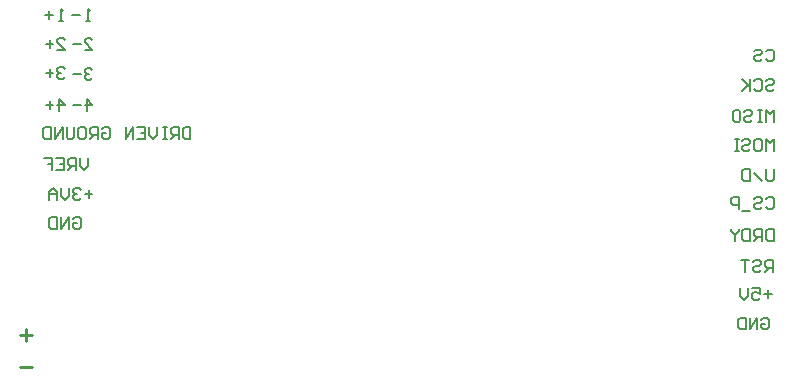
<source format=gbo>
G04 Layer_Color=32896*
%FSLAX25Y25*%
%MOIN*%
G70*
G01*
G75*
%ADD10C,0.01000*%
%ADD38C,0.00591*%
D10*
X105905Y135676D02*
X109904D01*
X105905Y146306D02*
X109904D01*
X107905Y148305D02*
Y144307D01*
D38*
X352888Y151311D02*
X353544Y151967D01*
X354856D01*
X355512Y151311D01*
Y148688D01*
X354856Y148031D01*
X353544D01*
X352888Y148688D01*
Y149999D01*
X354200D01*
X351576Y148031D02*
Y151967D01*
X348952Y148031D01*
Y151967D01*
X347640D02*
Y148031D01*
X345672D01*
X345017Y148688D01*
Y151311D01*
X345672Y151967D01*
X347640D01*
X356299Y159842D02*
X353675D01*
X354987Y161154D02*
Y158530D01*
X349740Y161810D02*
X352363D01*
Y159842D01*
X351052Y160498D01*
X350396D01*
X349740Y159842D01*
Y158530D01*
X350396Y157874D01*
X351708D01*
X352363Y158530D01*
X348428Y161810D02*
Y159186D01*
X347116Y157874D01*
X345804Y159186D01*
Y161810D01*
X356693Y167323D02*
Y171259D01*
X354725D01*
X354069Y170603D01*
Y169291D01*
X354725Y168635D01*
X356693D01*
X355381D02*
X354069Y167323D01*
X350133Y170603D02*
X350789Y171259D01*
X352101D01*
X352757Y170603D01*
Y169947D01*
X352101Y169291D01*
X350789D01*
X350133Y168635D01*
Y167979D01*
X350789Y167323D01*
X352101D01*
X352757Y167979D01*
X348821Y171259D02*
X346198D01*
X347510D01*
Y167323D01*
X357087Y181495D02*
Y177559D01*
X355119D01*
X354463Y178215D01*
Y180839D01*
X355119Y181495D01*
X357087D01*
X353151Y177559D02*
Y181495D01*
X351183D01*
X350527Y180839D01*
Y179527D01*
X351183Y178871D01*
X353151D01*
X351839D02*
X350527Y177559D01*
X349215Y181495D02*
Y177559D01*
X347247D01*
X346591Y178215D01*
Y180839D01*
X347247Y181495D01*
X349215D01*
X345279D02*
Y180839D01*
X343968Y179527D01*
X342656Y180839D01*
Y181495D01*
X343968Y179527D02*
Y177559D01*
X354463Y191469D02*
X355119Y192125D01*
X356431D01*
X357087Y191469D01*
Y188845D01*
X356431Y188189D01*
X355119D01*
X354463Y188845D01*
X350527Y191469D02*
X351183Y192125D01*
X352495D01*
X353151Y191469D01*
Y190813D01*
X352495Y190157D01*
X351183D01*
X350527Y189501D01*
Y188845D01*
X351183Y188189D01*
X352495D01*
X353151Y188845D01*
X349215Y187533D02*
X346591D01*
X345279Y188189D02*
Y192125D01*
X343312D01*
X342656Y191469D01*
Y190157D01*
X343312Y189501D01*
X345279D01*
X357087Y201573D02*
Y198294D01*
X356431Y197638D01*
X355119D01*
X354463Y198294D01*
Y201573D01*
X353151Y197638D02*
X350527Y200262D01*
X349215Y201573D02*
Y197638D01*
X347247D01*
X346591Y198294D01*
Y200918D01*
X347247Y201573D01*
X349215D01*
X357087Y207480D02*
Y211416D01*
X355775Y210104D01*
X354463Y211416D01*
Y207480D01*
X351183Y211416D02*
X352495D01*
X353151Y210760D01*
Y208136D01*
X352495Y207480D01*
X351183D01*
X350527Y208136D01*
Y210760D01*
X351183Y211416D01*
X346591Y210760D02*
X347247Y211416D01*
X348559D01*
X349215Y210760D01*
Y210104D01*
X348559Y209448D01*
X347247D01*
X346591Y208792D01*
Y208136D01*
X347247Y207480D01*
X348559D01*
X349215Y208136D01*
X345279Y211416D02*
X343968D01*
X344623D01*
Y207480D01*
X345279D01*
X343968D01*
X357087Y217323D02*
Y221259D01*
X355775Y219947D01*
X354463Y221259D01*
Y217323D01*
X353151Y221259D02*
X351839D01*
X352495D01*
Y217323D01*
X353151D01*
X351839D01*
X347247Y220603D02*
X347903Y221259D01*
X349215D01*
X349871Y220603D01*
Y219947D01*
X349215Y219291D01*
X347903D01*
X347247Y218635D01*
Y217979D01*
X347903Y217323D01*
X349215D01*
X349871Y217979D01*
X343968Y221259D02*
X345279D01*
X345935Y220603D01*
Y217979D01*
X345279Y217323D01*
X343968D01*
X343312Y217979D01*
Y220603D01*
X343968Y221259D01*
X354463Y230839D02*
X355119Y231495D01*
X356431D01*
X357087Y230839D01*
Y230183D01*
X356431Y229527D01*
X355119D01*
X354463Y228871D01*
Y228215D01*
X355119Y227559D01*
X356431D01*
X357087Y228215D01*
X350527Y230839D02*
X351183Y231495D01*
X352495D01*
X353151Y230839D01*
Y228215D01*
X352495Y227559D01*
X351183D01*
X350527Y228215D01*
X349215Y231495D02*
Y227559D01*
Y228871D01*
X346591Y231495D01*
X348559Y229527D01*
X346591Y227559D01*
X354463Y240681D02*
X355119Y241337D01*
X356431D01*
X357087Y240681D01*
Y238057D01*
X356431Y237402D01*
X355119D01*
X354463Y238057D01*
X350527Y240681D02*
X351183Y241337D01*
X352495D01*
X353151Y240681D01*
Y240025D01*
X352495Y239369D01*
X351183D01*
X350527Y238714D01*
Y238057D01*
X351183Y237402D01*
X352495D01*
X353151Y238057D01*
X129134Y250787D02*
X127822D01*
X128478D01*
Y254723D01*
X129134Y254067D01*
X125854Y252755D02*
X123230D01*
X120079Y250787D02*
X118767D01*
X119423D01*
Y254723D01*
X120079Y254067D01*
X116799Y252755D02*
X114175D01*
X115487Y254067D02*
Y251443D01*
X127297Y241339D02*
X129921D01*
X127297Y243962D01*
Y244618D01*
X127953Y245274D01*
X129265D01*
X129921Y244618D01*
X125986Y243306D02*
X123362D01*
X118242Y241339D02*
X120866D01*
X118242Y243962D01*
Y244618D01*
X118898Y245274D01*
X120210D01*
X120866Y244618D01*
X116930Y243306D02*
X114307D01*
X115619Y244618D02*
Y241995D01*
X129921Y234382D02*
X129265Y235038D01*
X127953D01*
X127297Y234382D01*
Y233726D01*
X127953Y233070D01*
X128609D01*
X127953D01*
X127297Y232414D01*
Y231758D01*
X127953Y231102D01*
X129265D01*
X129921Y231758D01*
X125986Y233070D02*
X123362D01*
X120866Y234776D02*
X120210Y235432D01*
X118898D01*
X118242Y234776D01*
Y234120D01*
X118898Y233464D01*
X119554D01*
X118898D01*
X118242Y232808D01*
Y232152D01*
X118898Y231496D01*
X120210D01*
X120866Y232152D01*
X116930Y233464D02*
X114307D01*
X115619Y234776D02*
Y232152D01*
X127953Y220866D02*
Y224802D01*
X129921Y222834D01*
X127297D01*
X125986D02*
X123362D01*
X118898Y220866D02*
Y224802D01*
X120866Y222834D01*
X118242D01*
X116930D02*
X114307D01*
X115619Y224146D02*
Y221522D01*
X123360Y184776D02*
X124016Y185432D01*
X125328D01*
X125984Y184776D01*
Y182152D01*
X125328Y181496D01*
X124016D01*
X123360Y182152D01*
Y183464D01*
X124672D01*
X122048Y181496D02*
Y185432D01*
X119425Y181496D01*
Y185432D01*
X118113D02*
Y181496D01*
X116145D01*
X115489Y182152D01*
Y184776D01*
X116145Y185432D01*
X118113D01*
X129921Y193306D02*
X127297D01*
X128609Y194618D02*
Y191995D01*
X125986Y194618D02*
X125330Y195274D01*
X124018D01*
X123362Y194618D01*
Y193962D01*
X124018Y193306D01*
X124674D01*
X124018D01*
X123362Y192650D01*
Y191995D01*
X124018Y191339D01*
X125330D01*
X125986Y191995D01*
X122050Y195274D02*
Y192650D01*
X120738Y191339D01*
X119426Y192650D01*
Y195274D01*
X118114Y191339D02*
Y193962D01*
X116802Y195274D01*
X115490Y193962D01*
Y191339D01*
Y193306D01*
X118114D01*
X128347Y205117D02*
Y202493D01*
X127034Y201181D01*
X125723Y202493D01*
Y205117D01*
X124411Y201181D02*
Y205117D01*
X122443D01*
X121787Y204461D01*
Y203149D01*
X122443Y202493D01*
X124411D01*
X123099D02*
X121787Y201181D01*
X117851Y205117D02*
X120475D01*
Y201181D01*
X117851D01*
X120475Y203149D02*
X119163D01*
X113915Y205117D02*
X116539D01*
Y203149D01*
X115227D01*
X116539D01*
Y201181D01*
X162598Y215353D02*
Y211417D01*
X160631D01*
X159975Y212073D01*
Y214697D01*
X160631Y215353D01*
X162598D01*
X158663Y211417D02*
Y215353D01*
X156695D01*
X156039Y214697D01*
Y213385D01*
X156695Y212729D01*
X158663D01*
X157351D02*
X156039Y211417D01*
X154727Y215353D02*
X153415D01*
X154071D01*
Y211417D01*
X154727D01*
X153415D01*
X151447Y215353D02*
Y212729D01*
X150135Y211417D01*
X148823Y212729D01*
Y215353D01*
X144888D02*
X147511D01*
Y211417D01*
X144888D01*
X147511Y213385D02*
X146200D01*
X143576Y211417D02*
Y215353D01*
X140952Y211417D01*
Y215353D01*
X133080Y214697D02*
X133736Y215353D01*
X135048D01*
X135704Y214697D01*
Y212073D01*
X135048Y211417D01*
X133736D01*
X133080Y212073D01*
Y213385D01*
X134392D01*
X131769Y211417D02*
Y215353D01*
X129801D01*
X129145Y214697D01*
Y213385D01*
X129801Y212729D01*
X131769D01*
X130457D02*
X129145Y211417D01*
X125865Y215353D02*
X127177D01*
X127833Y214697D01*
Y212073D01*
X127177Y211417D01*
X125865D01*
X125209Y212073D01*
Y214697D01*
X125865Y215353D01*
X123897D02*
Y212073D01*
X123241Y211417D01*
X121929D01*
X121273Y212073D01*
Y215353D01*
X119961Y211417D02*
Y215353D01*
X117337Y211417D01*
Y215353D01*
X116025D02*
Y211417D01*
X114058D01*
X113402Y212073D01*
Y214697D01*
X114058Y215353D01*
X116025D01*
M02*

</source>
